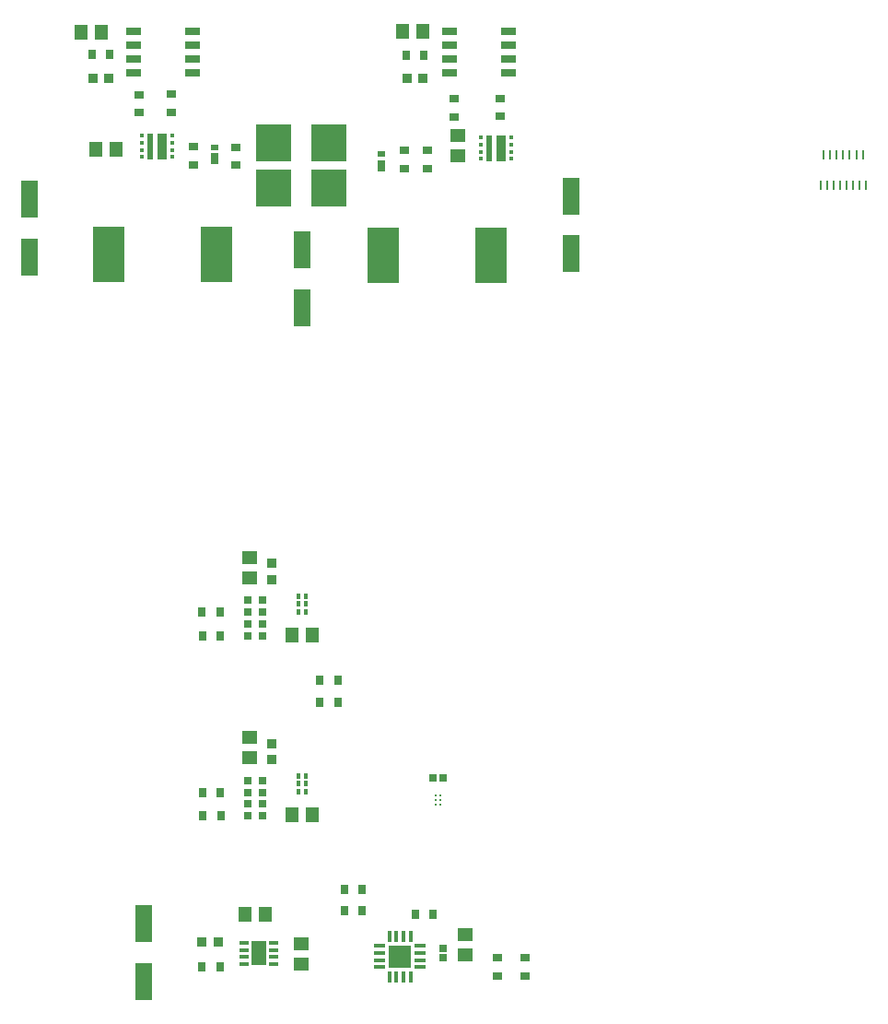
<source format=gbr>
%TF.GenerationSoftware,Altium Limited,Altium Designer,24.0.1 (36)*%
G04 Layer_Color=8421504*
%FSLAX25Y25*%
%MOIN*%
%TF.SameCoordinates,D5D63520-F272-4D0B-AB48-B6EDFC209223*%
%TF.FilePolarity,Positive*%
%TF.FileFunction,Paste,Top*%
%TF.Part,Single*%
G01*
G75*
%TA.AperFunction,SMDPad,CuDef*%
%ADD99O,0.00830X0.03468*%
%ADD100R,0.00832X0.03470*%
%ADD101R,0.05811X0.02563*%
%ADD102R,0.02612X0.02710*%
%TA.AperFunction,BGAPad,CuDef*%
%ADD103C,0.00880*%
%TA.AperFunction,SMDPad,CuDef*%
%ADD104R,0.01273X0.04028*%
%ADD105R,0.04028X0.01273*%
%ADD106R,0.08441X0.08441*%
%ADD107R,0.01485X0.01879*%
%ADD108R,0.05495X0.09078*%
%ADD109R,0.03442X0.01277*%
%ADD110R,0.03384X0.02597*%
%ADD111R,0.13067X0.13264*%
%ADD112R,0.02597X0.03384*%
%TA.AperFunction,BGAPad,CuDef*%
%ADD113R,0.01681X0.01681*%
%TA.AperFunction,SMDPad,CuDef*%
%ADD114R,0.03786X0.09353*%
%ADD115R,0.02030X0.09463*%
%ADD116R,0.11410X0.20466*%
%ADD117R,0.03703X0.03506*%
%ADD118R,0.03005X0.02414*%
%ADD119R,0.02966X0.03951*%
%ADD120R,0.05857X0.13338*%
%ADD121R,0.03735X0.03735*%
%ADD122R,0.05432X0.04841*%
%ADD123R,0.04841X0.05432*%
%ADD124R,0.03735X0.03735*%
%ADD125R,0.02536X0.02693*%
%ADD126R,0.02693X0.02536*%
D99*
X380118Y339657D02*
D03*
X377756D02*
D03*
X375394D02*
D03*
X373031D02*
D03*
X370669D02*
D03*
X368307D02*
D03*
X365945D02*
D03*
X364764Y328634D02*
D03*
X367126D02*
D03*
X369488D02*
D03*
X374213D02*
D03*
X371850D02*
D03*
X376575D02*
D03*
X378937D02*
D03*
D100*
X381299D02*
D03*
D101*
X252076Y384272D02*
D03*
Y379272D02*
D03*
Y374272D02*
D03*
Y369272D02*
D03*
X230721D02*
D03*
Y374272D02*
D03*
Y379272D02*
D03*
Y384272D02*
D03*
X137539D02*
D03*
Y379272D02*
D03*
Y374272D02*
D03*
Y369272D02*
D03*
X116184D02*
D03*
Y374272D02*
D03*
Y379272D02*
D03*
Y384272D02*
D03*
D102*
X157538Y100544D02*
D03*
Y104776D02*
D03*
Y109008D02*
D03*
Y113240D02*
D03*
X163050D02*
D03*
Y109008D02*
D03*
Y104776D02*
D03*
Y100544D02*
D03*
X157538Y165731D02*
D03*
Y169964D02*
D03*
Y174196D02*
D03*
Y178428D02*
D03*
X163050D02*
D03*
Y174196D02*
D03*
Y169964D02*
D03*
Y165731D02*
D03*
D103*
X227096Y107871D02*
D03*
Y106296D02*
D03*
Y104721D02*
D03*
X225521Y107871D02*
D03*
Y106296D02*
D03*
Y104721D02*
D03*
D104*
X216437Y56890D02*
D03*
X213878D02*
D03*
X211319D02*
D03*
X208760D02*
D03*
Y42323D02*
D03*
X211319D02*
D03*
X213878D02*
D03*
X216437D02*
D03*
D105*
X205315Y53445D02*
D03*
Y50886D02*
D03*
Y48327D02*
D03*
Y45768D02*
D03*
X219882D02*
D03*
Y48327D02*
D03*
Y50886D02*
D03*
Y53445D02*
D03*
D106*
X212598Y49606D02*
D03*
D107*
X178543Y115059D02*
D03*
Y112205D02*
D03*
Y109350D02*
D03*
X175787D02*
D03*
Y112205D02*
D03*
Y115059D02*
D03*
X178543Y180020D02*
D03*
Y177165D02*
D03*
Y174311D02*
D03*
X175787D02*
D03*
Y177165D02*
D03*
Y180020D02*
D03*
D108*
X161588Y50754D02*
D03*
D109*
X167080Y46915D02*
D03*
Y49474D02*
D03*
Y52033D02*
D03*
Y54592D02*
D03*
X156095Y46915D02*
D03*
Y49474D02*
D03*
Y52033D02*
D03*
Y54592D02*
D03*
D110*
X214198Y341106D02*
D03*
Y334594D02*
D03*
X249076Y360011D02*
D03*
Y353499D02*
D03*
X232283Y359920D02*
D03*
Y353408D02*
D03*
X222441Y334594D02*
D03*
Y341106D02*
D03*
X137795Y342520D02*
D03*
Y336008D02*
D03*
X129921Y361524D02*
D03*
Y355012D02*
D03*
X118198Y361355D02*
D03*
Y354843D02*
D03*
X153302Y335876D02*
D03*
Y342388D02*
D03*
X248031Y49231D02*
D03*
Y42719D02*
D03*
X257874Y49231D02*
D03*
Y42719D02*
D03*
D111*
X187008Y343768D02*
D03*
Y327430D02*
D03*
X167044Y343768D02*
D03*
Y327430D02*
D03*
D112*
X221391Y375700D02*
D03*
X214879D02*
D03*
X107648Y375984D02*
D03*
X101136D02*
D03*
X147779Y100544D02*
D03*
X141267D02*
D03*
X147688Y109008D02*
D03*
X141177D02*
D03*
X147598Y165731D02*
D03*
X141086D02*
D03*
X147494Y174196D02*
D03*
X140983D02*
D03*
X198942Y74073D02*
D03*
X192430D02*
D03*
X198942Y66140D02*
D03*
X192430D02*
D03*
X183589Y149514D02*
D03*
X190100D02*
D03*
X183589Y141581D02*
D03*
X190100D02*
D03*
X224697Y64764D02*
D03*
X218185D02*
D03*
X147516Y45975D02*
D03*
X141004D02*
D03*
D113*
X242010Y345866D02*
D03*
Y343307D02*
D03*
Y340748D02*
D03*
Y338189D02*
D03*
X252923D02*
D03*
Y340748D02*
D03*
Y343307D02*
D03*
Y345866D02*
D03*
X119346Y346537D02*
D03*
Y343978D02*
D03*
Y341419D02*
D03*
Y338860D02*
D03*
X130260D02*
D03*
Y341419D02*
D03*
Y343978D02*
D03*
Y346537D02*
D03*
D114*
X249175Y342028D02*
D03*
X126512Y342698D02*
D03*
D115*
X244825Y342028D02*
D03*
X122161Y342698D02*
D03*
D116*
X206693Y303150D02*
D03*
X245669D02*
D03*
X146317Y303543D02*
D03*
X107340D02*
D03*
D117*
X146792Y54859D02*
D03*
X141004D02*
D03*
D118*
X205755Y339764D02*
D03*
X145669Y342388D02*
D03*
D119*
X205755Y335630D02*
D03*
X145669Y338254D02*
D03*
D120*
X274704Y324680D02*
D03*
Y303814D02*
D03*
X78500Y323425D02*
D03*
Y302559D02*
D03*
X177165Y305118D02*
D03*
Y284252D02*
D03*
X120079Y61614D02*
D03*
Y40748D02*
D03*
D121*
X220997Y367126D02*
D03*
X215273D02*
D03*
X107254D02*
D03*
X101530D02*
D03*
D122*
X233465Y346616D02*
D03*
Y339317D02*
D03*
X158262Y128789D02*
D03*
Y121490D02*
D03*
Y193976D02*
D03*
Y186677D02*
D03*
X236221Y57706D02*
D03*
Y50407D02*
D03*
X176942Y47076D02*
D03*
Y54375D02*
D03*
D123*
X213500Y384272D02*
D03*
X220799D02*
D03*
X102711Y341509D02*
D03*
X110010D02*
D03*
X97396Y383875D02*
D03*
X104695D02*
D03*
X173516Y101066D02*
D03*
X180815D02*
D03*
X173516Y166027D02*
D03*
X180815D02*
D03*
X163952Y64764D02*
D03*
X156652D02*
D03*
D124*
X166397Y126623D02*
D03*
Y120899D02*
D03*
Y191811D02*
D03*
Y186087D02*
D03*
D125*
X228150Y114093D02*
D03*
X224607D02*
D03*
D126*
X228346Y52658D02*
D03*
Y49114D02*
D03*
%TF.MD5,ebbf193df8f7f2f9988ff5a135d39803*%
M02*

</source>
